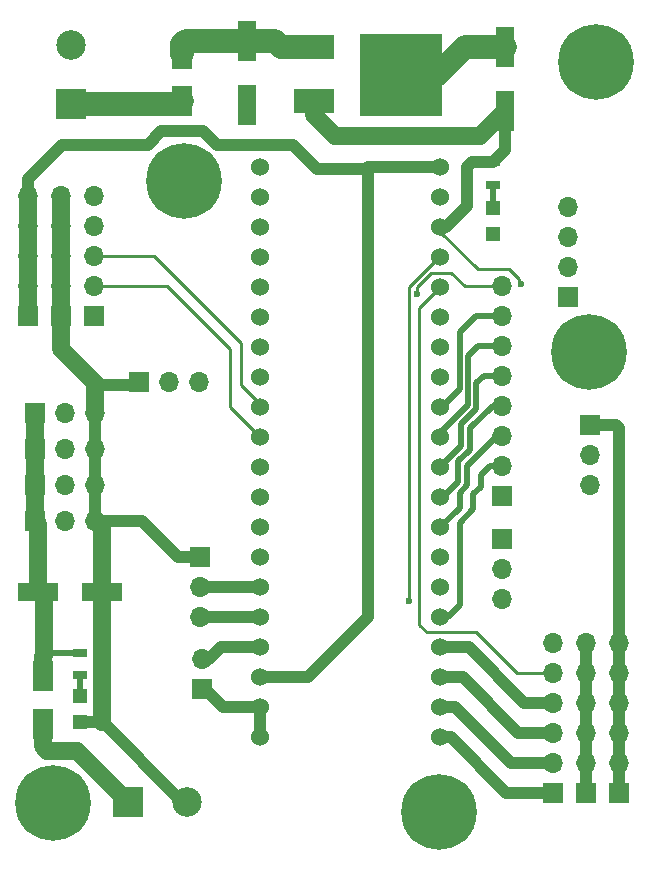
<source format=gtl>
G04 #@! TF.FileFunction,Copper,L1,Top,Signal*
%FSLAX46Y46*%
G04 Gerber Fmt 4.6, Leading zero omitted, Abs format (unit mm)*
G04 Created by KiCad (PCBNEW 4.0.6+dfsg1-1) date Mon Feb 26 19:35:47 2018*
%MOMM*%
%LPD*%
G01*
G04 APERTURE LIST*
%ADD10C,0.100000*%
%ADD11R,1.700000X1.700000*%
%ADD12O,1.700000X1.700000*%
%ADD13R,2.500000X2.500000*%
%ADD14C,2.500000*%
%ADD15R,3.500000X1.600000*%
%ADD16R,1.800000X2.500000*%
%ADD17R,1.200000X1.200000*%
%ADD18R,1.300000X0.700000*%
%ADD19C,1.524000*%
%ADD20R,1.600000X3.500000*%
%ADD21R,3.500000X2.000000*%
%ADD22R,7.000000X7.000000*%
%ADD23C,6.400000*%
%ADD24C,0.600000*%
%ADD25C,1.500000*%
%ADD26C,0.250000*%
%ADD27C,1.000000*%
%ADD28C,2.000000*%
%ADD29C,0.500000*%
G04 APERTURE END LIST*
D10*
D11*
X2357120Y34620200D03*
D12*
X4897120Y34620200D03*
X7437120Y34620200D03*
D13*
X10231120Y4775200D03*
D14*
X15231120Y4775200D03*
D15*
X2578120Y22555200D03*
X7978120Y22555200D03*
D16*
X2992120Y15411200D03*
X2992120Y11411200D03*
D17*
X6167120Y13749200D03*
X6167120Y11549200D03*
D11*
X49347120Y36652200D03*
D12*
X49347120Y34112200D03*
X49347120Y31572200D03*
D11*
X41854120Y30683200D03*
D12*
X41854120Y33223200D03*
X41854120Y35763200D03*
X41854120Y38303200D03*
X41854120Y40843200D03*
X41854120Y43383200D03*
X41854120Y45923200D03*
X41854120Y48463200D03*
D18*
X6167120Y17409200D03*
X6167120Y15509200D03*
D11*
X16454120Y14300200D03*
D12*
X16454120Y16840200D03*
D11*
X16327120Y25476200D03*
D12*
X16327120Y22936200D03*
X16327120Y20396200D03*
D11*
X41854120Y27000200D03*
D12*
X41854120Y24460200D03*
X41854120Y21920200D03*
D11*
X11120120Y40335200D03*
D12*
X13660120Y40335200D03*
X16200120Y40335200D03*
D11*
X2357120Y28524200D03*
D12*
X4897120Y28524200D03*
X7437120Y28524200D03*
D11*
X2357120Y31572200D03*
D12*
X4897120Y31572200D03*
X7437120Y31572200D03*
D11*
X2357120Y37668200D03*
D12*
X4897120Y37668200D03*
X7437120Y37668200D03*
D19*
X21407120Y10236200D03*
X21407120Y12776200D03*
X21407120Y15316200D03*
X21407120Y17856200D03*
X21407120Y20396200D03*
X21407120Y22936200D03*
X21407120Y25476200D03*
X21407120Y28016200D03*
X21407120Y30556200D03*
X21407120Y33096200D03*
X21407120Y35636200D03*
X21407120Y38176200D03*
X21407120Y40716200D03*
X21407120Y43256200D03*
X21407120Y45796200D03*
X21407120Y48336200D03*
X21407120Y50876200D03*
X21407120Y53416200D03*
X21407120Y55956200D03*
X21407120Y58496200D03*
X36647120Y58496200D03*
X36647120Y55956200D03*
X36647120Y53416200D03*
X36647120Y50876200D03*
X36647120Y48336200D03*
X36647120Y45796200D03*
X36647120Y43256200D03*
X36647120Y40716200D03*
X36647120Y38176200D03*
X36647120Y35636200D03*
X36647120Y33096200D03*
X36647120Y30556200D03*
X36647120Y28016200D03*
X36647120Y25476200D03*
X36647120Y22936200D03*
X36647120Y20396200D03*
X36647120Y17856200D03*
X36647120Y15316200D03*
X36647120Y12776200D03*
X36647120Y10236200D03*
D13*
X5405120Y63830200D03*
D14*
X5405120Y68830200D03*
D20*
X20264120Y69197200D03*
X20264120Y63797200D03*
X42108120Y63289200D03*
X42108120Y68689200D03*
D17*
X41092120Y55024200D03*
X41092120Y52824200D03*
D16*
X14803120Y68116200D03*
X14803120Y64116200D03*
D18*
X41092120Y58938200D03*
X41092120Y57038200D03*
D21*
X25962120Y68660200D03*
X25962120Y64080200D03*
D22*
X33362120Y66360200D03*
D11*
X51760120Y5537200D03*
D12*
X51760120Y8077200D03*
X51760120Y10617200D03*
X51760120Y13157200D03*
X51760120Y15697200D03*
X51760120Y18237200D03*
D11*
X46172120Y5537200D03*
D12*
X46172120Y8077200D03*
X46172120Y10617200D03*
X46172120Y13157200D03*
X46172120Y15697200D03*
X46172120Y18237200D03*
D11*
X48966120Y5537200D03*
D12*
X48966120Y8077200D03*
X48966120Y10617200D03*
X48966120Y13157200D03*
X48966120Y15697200D03*
X48966120Y18237200D03*
D11*
X1722120Y45923200D03*
D12*
X1722120Y48463200D03*
X1722120Y51003200D03*
X1722120Y53543200D03*
X1722120Y56083200D03*
D11*
X7310120Y45923200D03*
D12*
X7310120Y48463200D03*
X7310120Y51003200D03*
X7310120Y53543200D03*
X7310120Y56083200D03*
D11*
X4516120Y45923200D03*
D12*
X4516120Y48463200D03*
X4516120Y51003200D03*
X4516120Y53543200D03*
X4516120Y56083200D03*
D23*
X49855120Y67386200D03*
D24*
X52255120Y67386200D03*
X51552176Y65689144D03*
X49855120Y64986200D03*
X48158064Y65689144D03*
X47455120Y67386200D03*
X48158064Y69083256D03*
X49855120Y69786200D03*
X51552176Y69083256D03*
D23*
X36520120Y3886200D03*
D24*
X38920120Y3886200D03*
X38217176Y2189144D03*
X36520120Y1486200D03*
X34823064Y2189144D03*
X34120120Y3886200D03*
X34823064Y5583256D03*
X36520120Y6286200D03*
X38217176Y5583256D03*
D23*
X49220120Y42875200D03*
D24*
X51620120Y42875200D03*
X50917176Y41178144D03*
X49220120Y40475200D03*
X47523064Y41178144D03*
X46820120Y42875200D03*
X47523064Y44572256D03*
X49220120Y45275200D03*
X50917176Y44572256D03*
D23*
X14930120Y57353200D03*
D24*
X17330120Y57353200D03*
X16627176Y55656144D03*
X14930120Y54953200D03*
X13233064Y55656144D03*
X12530120Y57353200D03*
X13233064Y59050256D03*
X14930120Y59753200D03*
X16627176Y59050256D03*
D23*
X3881120Y4648200D03*
D24*
X6281120Y4648200D03*
X5578176Y2951144D03*
X3881120Y2248200D03*
X2184064Y2951144D03*
X1481120Y4648200D03*
X2184064Y6345256D03*
X3881120Y7048200D03*
X5578176Y6345256D03*
D11*
X47442120Y47510700D03*
D12*
X47442120Y50050700D03*
X47442120Y52590700D03*
X47442120Y55130700D03*
D24*
X41092120Y52824200D03*
X34716720Y47752000D03*
X20264120Y63797200D03*
X33345120Y66370200D03*
X43441620Y48590200D03*
X33980120Y21793200D03*
D25*
X2992120Y11411200D02*
X2992120Y9474200D01*
X5913120Y9093200D02*
X10231120Y4775200D01*
X3373120Y9093200D02*
X5913120Y9093200D01*
X2992120Y9474200D02*
X3373120Y9093200D01*
D26*
X41854120Y48463200D02*
X38704520Y48463200D01*
X34716720Y48412400D02*
X34716720Y47752000D01*
X35885120Y49580800D02*
X34716720Y48412400D01*
X37586920Y49580800D02*
X35885120Y49580800D01*
X38704520Y48463200D02*
X37586920Y49580800D01*
D27*
X7437120Y40081200D02*
X10866120Y40081200D01*
X10866120Y40081200D02*
X11120120Y40335200D01*
D25*
X4516120Y53543200D02*
X4516120Y56083200D01*
X4516120Y51003200D02*
X4516120Y53543200D01*
X4516120Y48463200D02*
X4516120Y51003200D01*
X4516120Y45923200D02*
X4516120Y48463200D01*
X7437120Y37668200D02*
X7437120Y40081200D01*
X7437120Y40081200D02*
X7437120Y40208200D01*
X4516120Y43129200D02*
X4516120Y45923200D01*
X7437120Y40208200D02*
X4516120Y43129200D01*
D27*
X48966120Y15697200D02*
X48966120Y18237200D01*
X48966120Y13157200D02*
X48966120Y15697200D01*
X48966120Y10617200D02*
X48966120Y13157200D01*
X48966120Y8077200D02*
X48966120Y10617200D01*
X48966120Y5537200D02*
X48966120Y8077200D01*
D25*
X8029120Y11549200D02*
X8029120Y22504200D01*
X8029120Y22504200D02*
X7978120Y22555200D01*
X7978120Y22555200D02*
X7978120Y27983200D01*
X7978120Y27983200D02*
X7437120Y28524200D01*
D27*
X6167120Y11549200D02*
X8029120Y11549200D01*
X8029120Y11549200D02*
X7978120Y11600200D01*
X16327120Y25476200D02*
X14422120Y25476200D01*
X11374120Y28524200D02*
X7437120Y28524200D01*
X14422120Y25476200D02*
X11374120Y28524200D01*
X7437120Y34620200D02*
X7437120Y37668200D01*
X7437120Y31572200D02*
X7437120Y34620200D01*
X7437120Y31572200D02*
X7437120Y28524200D01*
X7978120Y27983200D02*
X7437120Y28524200D01*
X15231120Y4775200D02*
X14803120Y4775200D01*
X14803120Y4775200D02*
X7978120Y11600200D01*
X21407120Y12776200D02*
X21407120Y10236200D01*
X16454120Y14300200D02*
X16708120Y14300200D01*
X16708120Y14300200D02*
X18232120Y12776200D01*
X18232120Y12776200D02*
X21407120Y12776200D01*
D28*
X33362120Y66360200D02*
X36383120Y66360200D01*
X36383120Y66360200D02*
X38712120Y68689200D01*
X38712120Y68689200D02*
X42108120Y68689200D01*
X33345120Y66370200D02*
X33355120Y66360200D01*
X33355120Y66360200D02*
X33362120Y66360200D01*
D25*
X2578120Y22555200D02*
X2578120Y28303200D01*
X2578120Y28303200D02*
X2357120Y28524200D01*
X3055620Y17157700D02*
X3055620Y22077700D01*
X3055620Y22077700D02*
X2578120Y22555200D01*
D29*
X6167120Y17409200D02*
X3307120Y17409200D01*
X3307120Y17409200D02*
X3055620Y17157700D01*
X3055620Y17157700D02*
X2992120Y17094200D01*
D25*
X2992120Y15411200D02*
X2992120Y17094200D01*
X2578120Y28303200D02*
X2357120Y28524200D01*
X2357120Y31572200D02*
X2357120Y28524200D01*
X2357120Y34620200D02*
X2357120Y31572200D01*
X2357120Y37668200D02*
X2357120Y34620200D01*
D29*
X6167120Y15509200D02*
X6167120Y13749200D01*
D26*
X39822120Y49860200D02*
X36647120Y53035200D01*
X42489120Y49860200D02*
X39822120Y49860200D01*
X43314620Y49034700D02*
X42489120Y49860200D01*
X43314620Y48717200D02*
X43314620Y49034700D01*
X43441620Y48590200D02*
X43314620Y48717200D01*
X36647120Y53035200D02*
X36647120Y53416200D01*
D27*
X51760120Y8077200D02*
X51760120Y5537200D01*
X51760120Y10617200D02*
X51760120Y8077200D01*
X51760120Y13157200D02*
X51760120Y10617200D01*
X51760120Y15697200D02*
X51760120Y13157200D01*
X51760120Y18237200D02*
X51760120Y15697200D01*
X51760120Y18237200D02*
X51760120Y36398200D01*
X51506120Y36652200D02*
X49347120Y36652200D01*
X51760120Y36398200D02*
X51506120Y36652200D01*
X36647120Y53416200D02*
X37155120Y53416200D01*
X37155120Y53416200D02*
X38933120Y55194200D01*
X38933120Y55194200D02*
X38933120Y58496200D01*
X38933120Y58496200D02*
X39375120Y58938200D01*
X39375120Y58938200D02*
X41092120Y58938200D01*
X42108120Y63289200D02*
X42108120Y59954200D01*
X42108120Y59954200D02*
X41092120Y58938200D01*
D25*
X25962120Y64080200D02*
X25962120Y62958200D01*
X39982120Y61163200D02*
X42108120Y63289200D01*
X27757120Y61163200D02*
X39982120Y61163200D01*
X25962120Y62958200D02*
X27757120Y61163200D01*
D27*
X1722120Y56083200D02*
X1722120Y57480200D01*
X26233120Y58369200D02*
X30551120Y58369200D01*
X24201120Y60401200D02*
X26233120Y58369200D01*
X17724120Y60401200D02*
X24201120Y60401200D01*
X16581120Y61544200D02*
X17724120Y60401200D01*
X13025120Y61544200D02*
X16581120Y61544200D01*
X11882120Y60401200D02*
X13025120Y61544200D01*
X4643120Y60401200D02*
X11882120Y60401200D01*
X1722120Y57480200D02*
X4643120Y60401200D01*
D25*
X1722120Y53543200D02*
X1722120Y56083200D01*
X1722120Y51003200D02*
X1722120Y53543200D01*
X1722120Y48463200D02*
X1722120Y51003200D01*
X1722120Y45923200D02*
X1722120Y48463200D01*
D27*
X30551120Y58496200D02*
X30551120Y58369200D01*
X31567120Y58496200D02*
X36647120Y58496200D01*
X30551120Y58496200D02*
X31567120Y58496200D01*
X30551120Y58369200D02*
X30551120Y20396200D01*
X30551120Y20396200D02*
X25471120Y15316200D01*
X25471120Y15316200D02*
X21407120Y15316200D01*
D29*
X36647120Y20396200D02*
X37282120Y20396200D01*
X37282120Y20396200D02*
X38298120Y21412200D01*
X38298120Y21412200D02*
X38298120Y28397200D01*
X38298120Y28397200D02*
X39441120Y29540200D01*
X39441120Y29540200D02*
X39441120Y30810200D01*
X39441120Y30810200D02*
X40076120Y31445200D01*
X40076120Y31445200D02*
X40076120Y32461200D01*
X40076120Y32461200D02*
X40838120Y33223200D01*
X40838120Y33223200D02*
X41854120Y33223200D01*
X36647120Y28016200D02*
X38298120Y29667200D01*
X38933120Y33223200D02*
X41473120Y35763200D01*
X38933120Y31572200D02*
X38933120Y33223200D01*
X38298120Y30937200D02*
X38933120Y31572200D01*
X38298120Y29667200D02*
X38298120Y30937200D01*
X41473120Y35763200D02*
X41854120Y35763200D01*
X36647120Y30556200D02*
X36901120Y30556200D01*
X36901120Y30556200D02*
X38171120Y31826200D01*
X38171120Y31826200D02*
X38171120Y33604200D01*
X38171120Y33604200D02*
X39047096Y34480176D01*
X39047096Y34480176D02*
X39187120Y34620200D01*
X39187120Y34620200D02*
X39187120Y36398200D01*
X39187120Y36398200D02*
X41092120Y38303200D01*
X41092120Y38303200D02*
X41854120Y38303200D01*
X36647120Y33096200D02*
X38425120Y34874200D01*
X40333124Y40843200D02*
X41854120Y40843200D01*
X39698124Y40208200D02*
X40333124Y40843200D01*
X39698124Y38052204D02*
X39698124Y40208200D01*
X38412096Y36766176D02*
X39698124Y38052204D01*
X38412096Y36538224D02*
X38412096Y36766176D01*
X38425120Y36525200D02*
X38412096Y36538224D01*
X38425120Y34874200D02*
X38425120Y36525200D01*
X36647120Y36017200D02*
X38998122Y38368202D01*
X39822120Y43383200D02*
X41854120Y43383200D01*
X38998122Y42559202D02*
X39822120Y43383200D01*
X38998122Y38368202D02*
X38998122Y42559202D01*
X36647120Y38176200D02*
X36774120Y38176200D01*
X36774120Y38176200D02*
X38298120Y39700200D01*
X38298120Y39700200D02*
X38298120Y44526200D01*
X38298120Y44526200D02*
X39695120Y45923200D01*
X39695120Y45923200D02*
X41854120Y45923200D01*
D26*
X46172120Y15697200D02*
X43124120Y15697200D01*
X34869120Y46558200D02*
X36647120Y48336200D01*
X34869120Y19761200D02*
X34869120Y46558200D01*
X35504120Y19126200D02*
X34869120Y19761200D01*
X39695120Y19126200D02*
X35504120Y19126200D01*
X43124120Y15697200D02*
X39695120Y19126200D01*
X36647120Y50876200D02*
X36520120Y50876200D01*
X36520120Y50876200D02*
X33980120Y48336200D01*
X33980120Y48336200D02*
X33980120Y21793200D01*
X21407120Y38176200D02*
X21407120Y38430200D01*
X21407120Y38430200D02*
X19756120Y40081200D01*
X19756120Y40081200D02*
X19756120Y43637200D01*
X19756120Y43637200D02*
X12390120Y51003200D01*
X12390120Y51003200D02*
X7310120Y51003200D01*
X7310120Y48463200D02*
X13533120Y48463200D01*
X18867120Y38176200D02*
X21407120Y35636200D01*
X18867120Y43129200D02*
X18867120Y38176200D01*
X13533120Y48463200D02*
X18867120Y43129200D01*
X21407120Y35636200D02*
X21407120Y35763200D01*
D27*
X16454120Y16840200D02*
X17089120Y16840200D01*
X17089120Y16840200D02*
X18105120Y17856200D01*
X18105120Y17856200D02*
X21407120Y17856200D01*
X16327120Y22936200D02*
X21407120Y22936200D01*
X16327120Y20396200D02*
X21407120Y20396200D01*
D28*
X5405120Y63830200D02*
X14517120Y63830200D01*
X14517120Y63830200D02*
X14803120Y64116200D01*
X20264120Y69197200D02*
X22644120Y69197200D01*
X23181120Y68660200D02*
X25962120Y68660200D01*
X22644120Y69197200D02*
X23181120Y68660200D01*
X14803120Y68116200D02*
X14803120Y68910200D01*
X14803120Y68910200D02*
X15090120Y69197200D01*
X15090120Y69197200D02*
X20264120Y69197200D01*
D29*
X41092120Y57038200D02*
X41092120Y55024200D01*
D27*
X46172120Y5537200D02*
X42235120Y5537200D01*
X37536120Y10236200D02*
X36647120Y10236200D01*
X42235120Y5537200D02*
X37536120Y10236200D01*
X36647120Y12776200D02*
X37917120Y12776200D01*
X42616120Y8077200D02*
X46172120Y8077200D01*
X37917120Y12776200D02*
X42616120Y8077200D01*
X36647120Y15316200D02*
X38552120Y15316200D01*
X43251120Y10617200D02*
X46172120Y10617200D01*
X38552120Y15316200D02*
X43251120Y10617200D01*
X46172120Y13157200D02*
X43759120Y13157200D01*
X39060120Y17856200D02*
X36647120Y17856200D01*
X43759120Y13157200D02*
X39060120Y17856200D01*
X36647120Y17856200D02*
X36774120Y17856200D01*
M02*

</source>
